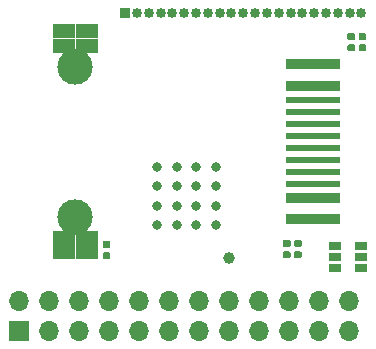
<source format=gbr>
G04 #@! TF.GenerationSoftware,KiCad,Pcbnew,5.1.5+dfsg1-2+b1*
G04 #@! TF.CreationDate,2020-05-20T20:10:32+09:00*
G04 #@! TF.ProjectId,breadbee,62726561-6462-4656-952e-6b696361645f,rev?*
G04 #@! TF.SameCoordinates,Original*
G04 #@! TF.FileFunction,Soldermask,Bot*
G04 #@! TF.FilePolarity,Negative*
%FSLAX46Y46*%
G04 Gerber Fmt 4.6, Leading zero omitted, Abs format (unit mm)*
G04 Created by KiCad (PCBNEW 5.1.5+dfsg1-2+b1) date 2020-05-20 20:10:32*
%MOMM*%
%LPD*%
G04 APERTURE LIST*
%ADD10C,0.825000*%
%ADD11R,1.700000X1.700000*%
%ADD12O,1.700000X1.700000*%
%ADD13C,1.000000*%
%ADD14R,4.600000X0.810000*%
%ADD15R,4.600000X0.610000*%
%ADD16C,3.000000*%
%ADD17R,1.950000X1.250000*%
%ADD18R,1.060000X0.650000*%
%ADD19C,0.150000*%
%ADD20R,0.850000X0.850000*%
%ADD21O,0.850000X0.850000*%
G04 APERTURE END LIST*
D10*
X140715000Y-94065000D03*
X142365000Y-94065000D03*
X144015000Y-94065000D03*
X145665000Y-94065000D03*
X140715000Y-92415000D03*
X142365000Y-92415000D03*
X144015000Y-92415000D03*
X145665000Y-92415000D03*
X140715000Y-90765000D03*
X142365000Y-90765000D03*
X144015000Y-90765000D03*
X145665000Y-90765000D03*
X140715000Y-89115000D03*
X142365000Y-89115000D03*
X144015000Y-89115000D03*
X145665000Y-89115000D03*
D11*
X129000000Y-103000000D03*
D12*
X129000000Y-100460000D03*
X131540000Y-103000000D03*
X131540000Y-100460000D03*
X134080000Y-103000000D03*
X134080000Y-100460000D03*
X136620000Y-103000000D03*
X136620000Y-100460000D03*
X139160000Y-103000000D03*
X139160000Y-100460000D03*
X141700000Y-103000000D03*
X141700000Y-100460000D03*
X144240000Y-103000000D03*
X144240000Y-100460000D03*
X146780000Y-103000000D03*
X146780000Y-100460000D03*
X149320000Y-103000000D03*
X149320000Y-100460000D03*
X151860000Y-103000000D03*
X151860000Y-100460000D03*
X154400000Y-103000000D03*
X154400000Y-100460000D03*
X156940000Y-103000000D03*
X156940000Y-100460000D03*
D13*
X146814000Y-96884000D03*
D14*
X153860000Y-80450000D03*
X153860000Y-82250000D03*
D15*
X153860000Y-83430000D03*
X153860000Y-84450000D03*
X153860000Y-85470000D03*
X153860000Y-86490000D03*
X153860000Y-87510000D03*
X153860000Y-88530000D03*
X153860000Y-89550000D03*
X153860000Y-90570000D03*
D14*
X153860000Y-91750000D03*
X153860000Y-93550000D03*
D16*
X133780000Y-80650000D03*
X133780000Y-93350000D03*
D17*
X134780000Y-96380000D03*
X132820000Y-95120000D03*
X134780000Y-95120000D03*
X132820000Y-96380000D03*
X134780000Y-78870000D03*
X132820000Y-78870000D03*
X132820000Y-77600000D03*
X134780000Y-77600000D03*
D18*
X157945000Y-96770000D03*
X157945000Y-97720000D03*
X157945000Y-95820000D03*
X155745000Y-95820000D03*
X155745000Y-96770000D03*
X155745000Y-97720000D03*
D19*
G36*
X157316958Y-77800710D02*
G01*
X157331276Y-77802834D01*
X157345317Y-77806351D01*
X157358946Y-77811228D01*
X157372031Y-77817417D01*
X157384447Y-77824858D01*
X157396073Y-77833481D01*
X157406798Y-77843202D01*
X157416519Y-77853927D01*
X157425142Y-77865553D01*
X157432583Y-77877969D01*
X157438772Y-77891054D01*
X157443649Y-77904683D01*
X157447166Y-77918724D01*
X157449290Y-77933042D01*
X157450000Y-77947500D01*
X157450000Y-78242500D01*
X157449290Y-78256958D01*
X157447166Y-78271276D01*
X157443649Y-78285317D01*
X157438772Y-78298946D01*
X157432583Y-78312031D01*
X157425142Y-78324447D01*
X157416519Y-78336073D01*
X157406798Y-78346798D01*
X157396073Y-78356519D01*
X157384447Y-78365142D01*
X157372031Y-78372583D01*
X157358946Y-78378772D01*
X157345317Y-78383649D01*
X157331276Y-78387166D01*
X157316958Y-78389290D01*
X157302500Y-78390000D01*
X156957500Y-78390000D01*
X156943042Y-78389290D01*
X156928724Y-78387166D01*
X156914683Y-78383649D01*
X156901054Y-78378772D01*
X156887969Y-78372583D01*
X156875553Y-78365142D01*
X156863927Y-78356519D01*
X156853202Y-78346798D01*
X156843481Y-78336073D01*
X156834858Y-78324447D01*
X156827417Y-78312031D01*
X156821228Y-78298946D01*
X156816351Y-78285317D01*
X156812834Y-78271276D01*
X156810710Y-78256958D01*
X156810000Y-78242500D01*
X156810000Y-77947500D01*
X156810710Y-77933042D01*
X156812834Y-77918724D01*
X156816351Y-77904683D01*
X156821228Y-77891054D01*
X156827417Y-77877969D01*
X156834858Y-77865553D01*
X156843481Y-77853927D01*
X156853202Y-77843202D01*
X156863927Y-77833481D01*
X156875553Y-77824858D01*
X156887969Y-77817417D01*
X156901054Y-77811228D01*
X156914683Y-77806351D01*
X156928724Y-77802834D01*
X156943042Y-77800710D01*
X156957500Y-77800000D01*
X157302500Y-77800000D01*
X157316958Y-77800710D01*
G37*
G36*
X157316958Y-78770710D02*
G01*
X157331276Y-78772834D01*
X157345317Y-78776351D01*
X157358946Y-78781228D01*
X157372031Y-78787417D01*
X157384447Y-78794858D01*
X157396073Y-78803481D01*
X157406798Y-78813202D01*
X157416519Y-78823927D01*
X157425142Y-78835553D01*
X157432583Y-78847969D01*
X157438772Y-78861054D01*
X157443649Y-78874683D01*
X157447166Y-78888724D01*
X157449290Y-78903042D01*
X157450000Y-78917500D01*
X157450000Y-79212500D01*
X157449290Y-79226958D01*
X157447166Y-79241276D01*
X157443649Y-79255317D01*
X157438772Y-79268946D01*
X157432583Y-79282031D01*
X157425142Y-79294447D01*
X157416519Y-79306073D01*
X157406798Y-79316798D01*
X157396073Y-79326519D01*
X157384447Y-79335142D01*
X157372031Y-79342583D01*
X157358946Y-79348772D01*
X157345317Y-79353649D01*
X157331276Y-79357166D01*
X157316958Y-79359290D01*
X157302500Y-79360000D01*
X156957500Y-79360000D01*
X156943042Y-79359290D01*
X156928724Y-79357166D01*
X156914683Y-79353649D01*
X156901054Y-79348772D01*
X156887969Y-79342583D01*
X156875553Y-79335142D01*
X156863927Y-79326519D01*
X156853202Y-79316798D01*
X156843481Y-79306073D01*
X156834858Y-79294447D01*
X156827417Y-79282031D01*
X156821228Y-79268946D01*
X156816351Y-79255317D01*
X156812834Y-79241276D01*
X156810710Y-79226958D01*
X156810000Y-79212500D01*
X156810000Y-78917500D01*
X156810710Y-78903042D01*
X156812834Y-78888724D01*
X156816351Y-78874683D01*
X156821228Y-78861054D01*
X156827417Y-78847969D01*
X156834858Y-78835553D01*
X156843481Y-78823927D01*
X156853202Y-78813202D01*
X156863927Y-78803481D01*
X156875553Y-78794858D01*
X156887969Y-78787417D01*
X156901054Y-78781228D01*
X156914683Y-78776351D01*
X156928724Y-78772834D01*
X156943042Y-78770710D01*
X156957500Y-78770000D01*
X157302500Y-78770000D01*
X157316958Y-78770710D01*
G37*
G36*
X158256958Y-78770710D02*
G01*
X158271276Y-78772834D01*
X158285317Y-78776351D01*
X158298946Y-78781228D01*
X158312031Y-78787417D01*
X158324447Y-78794858D01*
X158336073Y-78803481D01*
X158346798Y-78813202D01*
X158356519Y-78823927D01*
X158365142Y-78835553D01*
X158372583Y-78847969D01*
X158378772Y-78861054D01*
X158383649Y-78874683D01*
X158387166Y-78888724D01*
X158389290Y-78903042D01*
X158390000Y-78917500D01*
X158390000Y-79212500D01*
X158389290Y-79226958D01*
X158387166Y-79241276D01*
X158383649Y-79255317D01*
X158378772Y-79268946D01*
X158372583Y-79282031D01*
X158365142Y-79294447D01*
X158356519Y-79306073D01*
X158346798Y-79316798D01*
X158336073Y-79326519D01*
X158324447Y-79335142D01*
X158312031Y-79342583D01*
X158298946Y-79348772D01*
X158285317Y-79353649D01*
X158271276Y-79357166D01*
X158256958Y-79359290D01*
X158242500Y-79360000D01*
X157897500Y-79360000D01*
X157883042Y-79359290D01*
X157868724Y-79357166D01*
X157854683Y-79353649D01*
X157841054Y-79348772D01*
X157827969Y-79342583D01*
X157815553Y-79335142D01*
X157803927Y-79326519D01*
X157793202Y-79316798D01*
X157783481Y-79306073D01*
X157774858Y-79294447D01*
X157767417Y-79282031D01*
X157761228Y-79268946D01*
X157756351Y-79255317D01*
X157752834Y-79241276D01*
X157750710Y-79226958D01*
X157750000Y-79212500D01*
X157750000Y-78917500D01*
X157750710Y-78903042D01*
X157752834Y-78888724D01*
X157756351Y-78874683D01*
X157761228Y-78861054D01*
X157767417Y-78847969D01*
X157774858Y-78835553D01*
X157783481Y-78823927D01*
X157793202Y-78813202D01*
X157803927Y-78803481D01*
X157815553Y-78794858D01*
X157827969Y-78787417D01*
X157841054Y-78781228D01*
X157854683Y-78776351D01*
X157868724Y-78772834D01*
X157883042Y-78770710D01*
X157897500Y-78770000D01*
X158242500Y-78770000D01*
X158256958Y-78770710D01*
G37*
G36*
X158256958Y-77800710D02*
G01*
X158271276Y-77802834D01*
X158285317Y-77806351D01*
X158298946Y-77811228D01*
X158312031Y-77817417D01*
X158324447Y-77824858D01*
X158336073Y-77833481D01*
X158346798Y-77843202D01*
X158356519Y-77853927D01*
X158365142Y-77865553D01*
X158372583Y-77877969D01*
X158378772Y-77891054D01*
X158383649Y-77904683D01*
X158387166Y-77918724D01*
X158389290Y-77933042D01*
X158390000Y-77947500D01*
X158390000Y-78242500D01*
X158389290Y-78256958D01*
X158387166Y-78271276D01*
X158383649Y-78285317D01*
X158378772Y-78298946D01*
X158372583Y-78312031D01*
X158365142Y-78324447D01*
X158356519Y-78336073D01*
X158346798Y-78346798D01*
X158336073Y-78356519D01*
X158324447Y-78365142D01*
X158312031Y-78372583D01*
X158298946Y-78378772D01*
X158285317Y-78383649D01*
X158271276Y-78387166D01*
X158256958Y-78389290D01*
X158242500Y-78390000D01*
X157897500Y-78390000D01*
X157883042Y-78389290D01*
X157868724Y-78387166D01*
X157854683Y-78383649D01*
X157841054Y-78378772D01*
X157827969Y-78372583D01*
X157815553Y-78365142D01*
X157803927Y-78356519D01*
X157793202Y-78346798D01*
X157783481Y-78336073D01*
X157774858Y-78324447D01*
X157767417Y-78312031D01*
X157761228Y-78298946D01*
X157756351Y-78285317D01*
X157752834Y-78271276D01*
X157750710Y-78256958D01*
X157750000Y-78242500D01*
X157750000Y-77947500D01*
X157750710Y-77933042D01*
X157752834Y-77918724D01*
X157756351Y-77904683D01*
X157761228Y-77891054D01*
X157767417Y-77877969D01*
X157774858Y-77865553D01*
X157783481Y-77853927D01*
X157793202Y-77843202D01*
X157803927Y-77833481D01*
X157815553Y-77824858D01*
X157827969Y-77817417D01*
X157841054Y-77811228D01*
X157854683Y-77806351D01*
X157868724Y-77802834D01*
X157883042Y-77800710D01*
X157897500Y-77800000D01*
X158242500Y-77800000D01*
X158256958Y-77800710D01*
G37*
G36*
X152796958Y-95320710D02*
G01*
X152811276Y-95322834D01*
X152825317Y-95326351D01*
X152838946Y-95331228D01*
X152852031Y-95337417D01*
X152864447Y-95344858D01*
X152876073Y-95353481D01*
X152886798Y-95363202D01*
X152896519Y-95373927D01*
X152905142Y-95385553D01*
X152912583Y-95397969D01*
X152918772Y-95411054D01*
X152923649Y-95424683D01*
X152927166Y-95438724D01*
X152929290Y-95453042D01*
X152930000Y-95467500D01*
X152930000Y-95762500D01*
X152929290Y-95776958D01*
X152927166Y-95791276D01*
X152923649Y-95805317D01*
X152918772Y-95818946D01*
X152912583Y-95832031D01*
X152905142Y-95844447D01*
X152896519Y-95856073D01*
X152886798Y-95866798D01*
X152876073Y-95876519D01*
X152864447Y-95885142D01*
X152852031Y-95892583D01*
X152838946Y-95898772D01*
X152825317Y-95903649D01*
X152811276Y-95907166D01*
X152796958Y-95909290D01*
X152782500Y-95910000D01*
X152437500Y-95910000D01*
X152423042Y-95909290D01*
X152408724Y-95907166D01*
X152394683Y-95903649D01*
X152381054Y-95898772D01*
X152367969Y-95892583D01*
X152355553Y-95885142D01*
X152343927Y-95876519D01*
X152333202Y-95866798D01*
X152323481Y-95856073D01*
X152314858Y-95844447D01*
X152307417Y-95832031D01*
X152301228Y-95818946D01*
X152296351Y-95805317D01*
X152292834Y-95791276D01*
X152290710Y-95776958D01*
X152290000Y-95762500D01*
X152290000Y-95467500D01*
X152290710Y-95453042D01*
X152292834Y-95438724D01*
X152296351Y-95424683D01*
X152301228Y-95411054D01*
X152307417Y-95397969D01*
X152314858Y-95385553D01*
X152323481Y-95373927D01*
X152333202Y-95363202D01*
X152343927Y-95353481D01*
X152355553Y-95344858D01*
X152367969Y-95337417D01*
X152381054Y-95331228D01*
X152394683Y-95326351D01*
X152408724Y-95322834D01*
X152423042Y-95320710D01*
X152437500Y-95320000D01*
X152782500Y-95320000D01*
X152796958Y-95320710D01*
G37*
G36*
X152796958Y-96290710D02*
G01*
X152811276Y-96292834D01*
X152825317Y-96296351D01*
X152838946Y-96301228D01*
X152852031Y-96307417D01*
X152864447Y-96314858D01*
X152876073Y-96323481D01*
X152886798Y-96333202D01*
X152896519Y-96343927D01*
X152905142Y-96355553D01*
X152912583Y-96367969D01*
X152918772Y-96381054D01*
X152923649Y-96394683D01*
X152927166Y-96408724D01*
X152929290Y-96423042D01*
X152930000Y-96437500D01*
X152930000Y-96732500D01*
X152929290Y-96746958D01*
X152927166Y-96761276D01*
X152923649Y-96775317D01*
X152918772Y-96788946D01*
X152912583Y-96802031D01*
X152905142Y-96814447D01*
X152896519Y-96826073D01*
X152886798Y-96836798D01*
X152876073Y-96846519D01*
X152864447Y-96855142D01*
X152852031Y-96862583D01*
X152838946Y-96868772D01*
X152825317Y-96873649D01*
X152811276Y-96877166D01*
X152796958Y-96879290D01*
X152782500Y-96880000D01*
X152437500Y-96880000D01*
X152423042Y-96879290D01*
X152408724Y-96877166D01*
X152394683Y-96873649D01*
X152381054Y-96868772D01*
X152367969Y-96862583D01*
X152355553Y-96855142D01*
X152343927Y-96846519D01*
X152333202Y-96836798D01*
X152323481Y-96826073D01*
X152314858Y-96814447D01*
X152307417Y-96802031D01*
X152301228Y-96788946D01*
X152296351Y-96775317D01*
X152292834Y-96761276D01*
X152290710Y-96746958D01*
X152290000Y-96732500D01*
X152290000Y-96437500D01*
X152290710Y-96423042D01*
X152292834Y-96408724D01*
X152296351Y-96394683D01*
X152301228Y-96381054D01*
X152307417Y-96367969D01*
X152314858Y-96355553D01*
X152323481Y-96343927D01*
X152333202Y-96333202D01*
X152343927Y-96323481D01*
X152355553Y-96314858D01*
X152367969Y-96307417D01*
X152381054Y-96301228D01*
X152394683Y-96296351D01*
X152408724Y-96292834D01*
X152423042Y-96290710D01*
X152437500Y-96290000D01*
X152782500Y-96290000D01*
X152796958Y-96290710D01*
G37*
D20*
X137990000Y-76140000D03*
D21*
X138990000Y-76140000D03*
X139990000Y-76140000D03*
X140990000Y-76140000D03*
X141990000Y-76140000D03*
X142990000Y-76140000D03*
X143990000Y-76140000D03*
X144990000Y-76140000D03*
X145990000Y-76140000D03*
X146990000Y-76140000D03*
X147990000Y-76140000D03*
X148990000Y-76140000D03*
X149990000Y-76140000D03*
X150990000Y-76140000D03*
X151990000Y-76140000D03*
X152990000Y-76140000D03*
X153990000Y-76140000D03*
X154990000Y-76140000D03*
X155990000Y-76140000D03*
X156990000Y-76140000D03*
X157990000Y-76140000D03*
D19*
G36*
X136606958Y-96380710D02*
G01*
X136621276Y-96382834D01*
X136635317Y-96386351D01*
X136648946Y-96391228D01*
X136662031Y-96397417D01*
X136674447Y-96404858D01*
X136686073Y-96413481D01*
X136696798Y-96423202D01*
X136706519Y-96433927D01*
X136715142Y-96445553D01*
X136722583Y-96457969D01*
X136728772Y-96471054D01*
X136733649Y-96484683D01*
X136737166Y-96498724D01*
X136739290Y-96513042D01*
X136740000Y-96527500D01*
X136740000Y-96822500D01*
X136739290Y-96836958D01*
X136737166Y-96851276D01*
X136733649Y-96865317D01*
X136728772Y-96878946D01*
X136722583Y-96892031D01*
X136715142Y-96904447D01*
X136706519Y-96916073D01*
X136696798Y-96926798D01*
X136686073Y-96936519D01*
X136674447Y-96945142D01*
X136662031Y-96952583D01*
X136648946Y-96958772D01*
X136635317Y-96963649D01*
X136621276Y-96967166D01*
X136606958Y-96969290D01*
X136592500Y-96970000D01*
X136247500Y-96970000D01*
X136233042Y-96969290D01*
X136218724Y-96967166D01*
X136204683Y-96963649D01*
X136191054Y-96958772D01*
X136177969Y-96952583D01*
X136165553Y-96945142D01*
X136153927Y-96936519D01*
X136143202Y-96926798D01*
X136133481Y-96916073D01*
X136124858Y-96904447D01*
X136117417Y-96892031D01*
X136111228Y-96878946D01*
X136106351Y-96865317D01*
X136102834Y-96851276D01*
X136100710Y-96836958D01*
X136100000Y-96822500D01*
X136100000Y-96527500D01*
X136100710Y-96513042D01*
X136102834Y-96498724D01*
X136106351Y-96484683D01*
X136111228Y-96471054D01*
X136117417Y-96457969D01*
X136124858Y-96445553D01*
X136133481Y-96433927D01*
X136143202Y-96423202D01*
X136153927Y-96413481D01*
X136165553Y-96404858D01*
X136177969Y-96397417D01*
X136191054Y-96391228D01*
X136204683Y-96386351D01*
X136218724Y-96382834D01*
X136233042Y-96380710D01*
X136247500Y-96380000D01*
X136592500Y-96380000D01*
X136606958Y-96380710D01*
G37*
G36*
X136606958Y-95410710D02*
G01*
X136621276Y-95412834D01*
X136635317Y-95416351D01*
X136648946Y-95421228D01*
X136662031Y-95427417D01*
X136674447Y-95434858D01*
X136686073Y-95443481D01*
X136696798Y-95453202D01*
X136706519Y-95463927D01*
X136715142Y-95475553D01*
X136722583Y-95487969D01*
X136728772Y-95501054D01*
X136733649Y-95514683D01*
X136737166Y-95528724D01*
X136739290Y-95543042D01*
X136740000Y-95557500D01*
X136740000Y-95852500D01*
X136739290Y-95866958D01*
X136737166Y-95881276D01*
X136733649Y-95895317D01*
X136728772Y-95908946D01*
X136722583Y-95922031D01*
X136715142Y-95934447D01*
X136706519Y-95946073D01*
X136696798Y-95956798D01*
X136686073Y-95966519D01*
X136674447Y-95975142D01*
X136662031Y-95982583D01*
X136648946Y-95988772D01*
X136635317Y-95993649D01*
X136621276Y-95997166D01*
X136606958Y-95999290D01*
X136592500Y-96000000D01*
X136247500Y-96000000D01*
X136233042Y-95999290D01*
X136218724Y-95997166D01*
X136204683Y-95993649D01*
X136191054Y-95988772D01*
X136177969Y-95982583D01*
X136165553Y-95975142D01*
X136153927Y-95966519D01*
X136143202Y-95956798D01*
X136133481Y-95946073D01*
X136124858Y-95934447D01*
X136117417Y-95922031D01*
X136111228Y-95908946D01*
X136106351Y-95895317D01*
X136102834Y-95881276D01*
X136100710Y-95866958D01*
X136100000Y-95852500D01*
X136100000Y-95557500D01*
X136100710Y-95543042D01*
X136102834Y-95528724D01*
X136106351Y-95514683D01*
X136111228Y-95501054D01*
X136117417Y-95487969D01*
X136124858Y-95475553D01*
X136133481Y-95463927D01*
X136143202Y-95453202D01*
X136153927Y-95443481D01*
X136165553Y-95434858D01*
X136177969Y-95427417D01*
X136191054Y-95421228D01*
X136204683Y-95416351D01*
X136218724Y-95412834D01*
X136233042Y-95410710D01*
X136247500Y-95410000D01*
X136592500Y-95410000D01*
X136606958Y-95410710D01*
G37*
G36*
X151856958Y-96290710D02*
G01*
X151871276Y-96292834D01*
X151885317Y-96296351D01*
X151898946Y-96301228D01*
X151912031Y-96307417D01*
X151924447Y-96314858D01*
X151936073Y-96323481D01*
X151946798Y-96333202D01*
X151956519Y-96343927D01*
X151965142Y-96355553D01*
X151972583Y-96367969D01*
X151978772Y-96381054D01*
X151983649Y-96394683D01*
X151987166Y-96408724D01*
X151989290Y-96423042D01*
X151990000Y-96437500D01*
X151990000Y-96732500D01*
X151989290Y-96746958D01*
X151987166Y-96761276D01*
X151983649Y-96775317D01*
X151978772Y-96788946D01*
X151972583Y-96802031D01*
X151965142Y-96814447D01*
X151956519Y-96826073D01*
X151946798Y-96836798D01*
X151936073Y-96846519D01*
X151924447Y-96855142D01*
X151912031Y-96862583D01*
X151898946Y-96868772D01*
X151885317Y-96873649D01*
X151871276Y-96877166D01*
X151856958Y-96879290D01*
X151842500Y-96880000D01*
X151497500Y-96880000D01*
X151483042Y-96879290D01*
X151468724Y-96877166D01*
X151454683Y-96873649D01*
X151441054Y-96868772D01*
X151427969Y-96862583D01*
X151415553Y-96855142D01*
X151403927Y-96846519D01*
X151393202Y-96836798D01*
X151383481Y-96826073D01*
X151374858Y-96814447D01*
X151367417Y-96802031D01*
X151361228Y-96788946D01*
X151356351Y-96775317D01*
X151352834Y-96761276D01*
X151350710Y-96746958D01*
X151350000Y-96732500D01*
X151350000Y-96437500D01*
X151350710Y-96423042D01*
X151352834Y-96408724D01*
X151356351Y-96394683D01*
X151361228Y-96381054D01*
X151367417Y-96367969D01*
X151374858Y-96355553D01*
X151383481Y-96343927D01*
X151393202Y-96333202D01*
X151403927Y-96323481D01*
X151415553Y-96314858D01*
X151427969Y-96307417D01*
X151441054Y-96301228D01*
X151454683Y-96296351D01*
X151468724Y-96292834D01*
X151483042Y-96290710D01*
X151497500Y-96290000D01*
X151842500Y-96290000D01*
X151856958Y-96290710D01*
G37*
G36*
X151856958Y-95320710D02*
G01*
X151871276Y-95322834D01*
X151885317Y-95326351D01*
X151898946Y-95331228D01*
X151912031Y-95337417D01*
X151924447Y-95344858D01*
X151936073Y-95353481D01*
X151946798Y-95363202D01*
X151956519Y-95373927D01*
X151965142Y-95385553D01*
X151972583Y-95397969D01*
X151978772Y-95411054D01*
X151983649Y-95424683D01*
X151987166Y-95438724D01*
X151989290Y-95453042D01*
X151990000Y-95467500D01*
X151990000Y-95762500D01*
X151989290Y-95776958D01*
X151987166Y-95791276D01*
X151983649Y-95805317D01*
X151978772Y-95818946D01*
X151972583Y-95832031D01*
X151965142Y-95844447D01*
X151956519Y-95856073D01*
X151946798Y-95866798D01*
X151936073Y-95876519D01*
X151924447Y-95885142D01*
X151912031Y-95892583D01*
X151898946Y-95898772D01*
X151885317Y-95903649D01*
X151871276Y-95907166D01*
X151856958Y-95909290D01*
X151842500Y-95910000D01*
X151497500Y-95910000D01*
X151483042Y-95909290D01*
X151468724Y-95907166D01*
X151454683Y-95903649D01*
X151441054Y-95898772D01*
X151427969Y-95892583D01*
X151415553Y-95885142D01*
X151403927Y-95876519D01*
X151393202Y-95866798D01*
X151383481Y-95856073D01*
X151374858Y-95844447D01*
X151367417Y-95832031D01*
X151361228Y-95818946D01*
X151356351Y-95805317D01*
X151352834Y-95791276D01*
X151350710Y-95776958D01*
X151350000Y-95762500D01*
X151350000Y-95467500D01*
X151350710Y-95453042D01*
X151352834Y-95438724D01*
X151356351Y-95424683D01*
X151361228Y-95411054D01*
X151367417Y-95397969D01*
X151374858Y-95385553D01*
X151383481Y-95373927D01*
X151393202Y-95363202D01*
X151403927Y-95353481D01*
X151415553Y-95344858D01*
X151427969Y-95337417D01*
X151441054Y-95331228D01*
X151454683Y-95326351D01*
X151468724Y-95322834D01*
X151483042Y-95320710D01*
X151497500Y-95320000D01*
X151842500Y-95320000D01*
X151856958Y-95320710D01*
G37*
M02*

</source>
